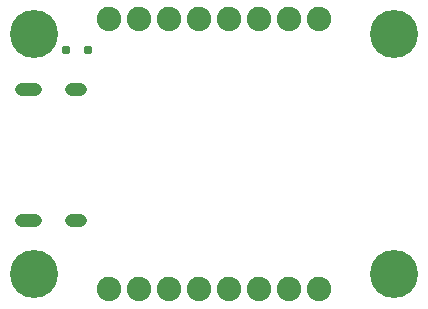
<source format=gbr>
G04 EAGLE Gerber RS-274X export*
G75*
%MOMM*%
%FSLAX34Y34*%
%LPD*%
%INSoldermask Bottom*%
%IPPOS*%
%AMOC8*
5,1,8,0,0,1.08239X$1,22.5*%
G01*
%ADD10C,2.076200*%
%ADD11C,1.076200*%
%ADD12C,0.776200*%
%ADD13C,4.076200*%


D10*
X91440Y-114300D03*
X116840Y-114300D03*
X142240Y-114300D03*
X167640Y-114300D03*
X193040Y-114300D03*
X218440Y-114300D03*
X243840Y-114300D03*
X269240Y-114300D03*
X269240Y114300D03*
X243840Y114300D03*
X218440Y114300D03*
X193040Y114300D03*
X167640Y114300D03*
X142240Y114300D03*
X116840Y114300D03*
X91440Y114300D03*
D11*
X66865Y55750D02*
X58865Y55750D01*
X28865Y55750D02*
X16865Y55750D01*
X58865Y-55750D02*
X66865Y-55750D01*
X28865Y-55750D02*
X16865Y-55750D01*
D12*
X73056Y88392D03*
X55056Y88392D03*
D13*
X27940Y101600D03*
X27940Y-101600D03*
X332740Y-101600D03*
X332740Y101600D03*
M02*

</source>
